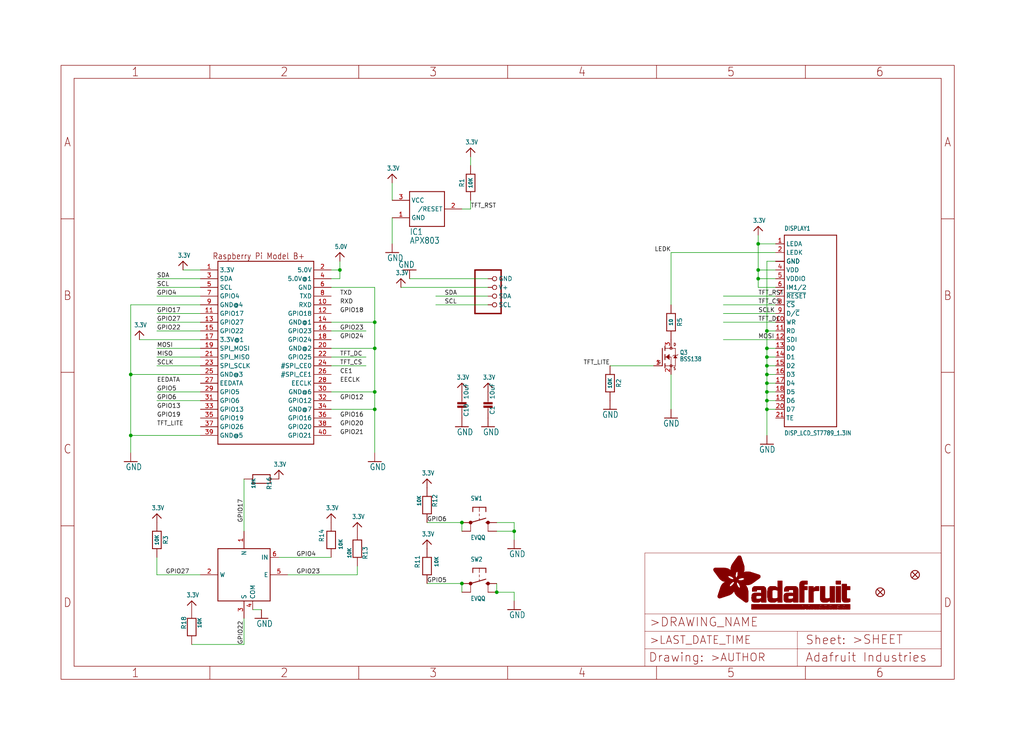
<source format=kicad_sch>
(kicad_sch (version 20211123) (generator eeschema)
  (paper "User" 298.45 217.881)
  (lib_symbols
    (symbol "eagleSchem-eagle-import:3.3V" (power)
      (property "Value" "3.3V" (at -1.524 1.016 0))
      (symbol "3.3V_1_0"
        (pin power_in line (at 0 -2.54 90) (length 2.54) (name "3.3V") (number "1"))
      )
    )
    (symbol "eagleSchem-eagle-import:5.0V" (power)
      (property "Value" "5.0V" (at -1.524 1.016 0))
      (symbol "5.0V_1_0"
        (pin power_in line (at 0 -2.54 90) (length 2.54) (name "5.0V") (number "1"))
      )
    )
    (symbol "eagleSchem-eagle-import:AXP083-SAG"
      (property "Reference" "IC" (at -5.08 -7.62 0))
      (property "Value" "AXP083-SAG" (at -5.08 -10.16 0))
      (symbol "AXP083-SAG_1_0"
        (pin power_in line (at -10.16 -2.54 0) (length 5.08) (name "GND") (number "1"))
        (pin output line (at 10.16 0 180) (length 5.08) (name "/RESET") (number "2"))
        (pin power_in line (at -10.16 2.54 0) (length 5.08) (name "VCC") (number "3"))
      )
    )
    (symbol "eagleSchem-eagle-import:CAP_CERAMIC0805-NOOUTLINE"
      (property "Reference" "C" (at -2.29 1.25 90))
      (property "Value" "CAP_CERAMIC0805-NOOUTLINE" (at 2.3 1.25 90))
      (symbol "CAP_CERAMIC0805-NOOUTLINE_1_0"
        (pin passive line (at 0 5.08 270) (length 2.54) (name "1") (number "1"))
        (pin passive line (at 0 -2.54 90) (length 2.54) (name "2") (number "2"))
      )
    )
    (symbol "eagleSchem-eagle-import:DISP_LCD_ST7789_1.3IN"
      (property "Reference" "DISPLAY" (at -7.62 31.75 0))
      (property "Value" "DISP_LCD_ST7789_1.3IN" (at -7.62 -27.94 0))
      (symbol "DISP_LCD_ST7789_1.3IN_1_0"
        (pin input line (at -10.16 27.94 0) (length 2.54) (name "LEDA") (number "1"))
        (pin input line (at -10.16 5.08 0) (length 2.54) (name "WR") (number "10"))
        (pin input line (at -10.16 2.54 0) (length 2.54) (name "RD") (number "11"))
        (pin input line (at -10.16 0 0) (length 2.54) (name "SDI") (number "12"))
        (pin bidirectional line (at -10.16 -2.54 0) (length 2.54) (name "D0") (number "13"))
        (pin bidirectional line (at -10.16 -5.08 0) (length 2.54) (name "D1") (number "14"))
        (pin bidirectional line (at -10.16 -7.62 0) (length 2.54) (name "D2") (number "15"))
        (pin bidirectional line (at -10.16 -10.16 0) (length 2.54) (name "D3") (number "16"))
        (pin bidirectional line (at -10.16 -12.7 0) (length 2.54) (name "D4") (number "17"))
        (pin bidirectional line (at -10.16 -15.24 0) (length 2.54) (name "D5") (number "18"))
        (pin bidirectional line (at -10.16 -17.78 0) (length 2.54) (name "D6") (number "19"))
        (pin input line (at -10.16 25.4 0) (length 2.54) (name "LEDK") (number "2"))
        (pin bidirectional line (at -10.16 -20.32 0) (length 2.54) (name "D7") (number "20"))
        (pin output line (at -10.16 -22.86 0) (length 2.54) (name "TE") (number "21"))
        (pin power_in line (at -10.16 22.86 0) (length 2.54) (name "GND") (number "23"))
        (pin power_in line (at -10.16 22.86 0) (length 2.54) (name "GND") (number "24"))
        (pin power_in line (at -10.16 22.86 0) (length 2.54) (name "GND") (number "3"))
        (pin power_in line (at -10.16 20.32 0) (length 2.54) (name "VDD") (number "4"))
        (pin power_in line (at -10.16 17.78 0) (length 2.54) (name "VDDIO") (number "5"))
        (pin input line (at -10.16 15.24 0) (length 2.54) (name "IM1/2") (number "6"))
        (pin input line (at -10.16 12.7 0) (length 2.54) (name "~{RESET}") (number "7"))
        (pin input line (at -10.16 10.16 0) (length 2.54) (name "~{CS}") (number "8"))
        (pin input line (at -10.16 7.62 0) (length 2.54) (name "D/~{C}") (number "9"))
      )
    )
    (symbol "eagleSchem-eagle-import:FIDUCIAL_1MM")
    (symbol "eagleSchem-eagle-import:FRAME_A4_ADAFRUIT"
      (symbol "FRAME_A4_ADAFRUIT_1_0"
        (text "1" (at 21.6958 1.905 0) (effects (font (size 2.54 2.286))))
        (text "1" (at 21.6958 177.165 0) (effects (font (size 2.54 2.286))))
        (text "2" (at 65.0875 1.905 0) (effects (font (size 2.54 2.286))))
        (text "2" (at 65.0875 177.165 0) (effects (font (size 2.54 2.286))))
        (text "3" (at 108.4792 1.905 0) (effects (font (size 2.54 2.286))))
        (text "3" (at 108.4792 177.165 0) (effects (font (size 2.54 2.286))))
        (text "4" (at 151.8708 1.905 0) (effects (font (size 2.54 2.286))))
        (text "4" (at 151.8708 177.165 0) (effects (font (size 2.54 2.286))))
        (text "5" (at 195.2625 1.905 0) (effects (font (size 2.54 2.286))))
        (text "5" (at 195.2625 177.165 0) (effects (font (size 2.54 2.286))))
        (text "6" (at 238.6542 1.905 0) (effects (font (size 2.54 2.286))))
        (text "6" (at 238.6542 177.165 0) (effects (font (size 2.54 2.286))))
        (text ">AUTHOR" (at 189.23 5.08 0) (effects (font (size 2.286 2.286)) (justify left bottom)))
        (text ">DRAWING_NAME" (at 171.45 15.24 0) (effects (font (size 2.54 2.54)) (justify left bottom)))
        (text ">LAST_DATE_TIME" (at 171.45 10.16 0) (effects (font (size 2.286 2.286)) (justify left bottom)))
        (text ">SHEET" (at 230.505 10.16 0) (effects (font (size 2.54 2.54)) (justify left bottom)))
        (text "A" (at 1.905 156.6863 0) (effects (font (size 2.54 2.286))))
        (text "A" (at 258.445 156.6863 0) (effects (font (size 2.54 2.286))))
        (text "Adafruit Industries" (at 216.916 4.953 0) (effects (font (size 2.54 2.54)) (justify left bottom)))
        (text "B" (at 1.905 111.9188 0) (effects (font (size 2.54 2.286))))
        (text "B" (at 258.445 111.9188 0) (effects (font (size 2.54 2.286))))
        (text "C" (at 1.905 67.1513 0) (effects (font (size 2.54 2.286))))
        (text "C" (at 258.445 67.1513 0) (effects (font (size 2.54 2.286))))
        (text "D" (at 1.905 22.3838 0) (effects (font (size 2.54 2.286))))
        (text "D" (at 258.445 22.3838 0) (effects (font (size 2.54 2.286))))
        (text "Drawing:" (at 171.196 4.953 0) (effects (font (size 2.54 2.54)) (justify left bottom)))
        (text "Sheet:" (at 216.916 10.033 0) (effects (font (size 2.54 2.54)) (justify left bottom)))
      )
    )
    (symbol "eagleSchem-eagle-import:GND" (power)
      (property "Value" "GND" (at -2.54 -2.54 0))
      (symbol "GND_1_0"
        (pin power_in line (at 0 2.54 270) (length 2.54) (name "GND") (number "1"))
      )
    )
    (symbol "eagleSchem-eagle-import:MOSFET-NWIDE"
      (property "Reference" "Q" (at 5.08 0.635 0))
      (property "Value" "MOSFET-NWIDE" (at 5.08 -1.27 0))
      (symbol "MOSFET-NWIDE_1_0"
        (text "D" (at 3.175 3.175 0) (effects (font (size 0.8128 0.6908)) (justify left bottom)))
        (text "G" (at -1.27 -1.905 0) (effects (font (size 0.8128 0.6908)) (justify left bottom)))
        (text "S" (at 3.175 -3.81 0) (effects (font (size 0.8128 0.6908)) (justify left bottom)))
        (pin bidirectional line (at -2.54 -2.54 0) (length 2.54) (name "G") (number "1"))
        (pin bidirectional line (at 2.54 -5.08 90) (length 2.54) (name "S") (number "2"))
        (pin bidirectional line (at 2.54 5.08 270) (length 2.54) (name "D") (number "3"))
      )
    )
    (symbol "eagleSchem-eagle-import:NAVSWITCHSKQUABAUE010"
      (symbol "NAVSWITCHSKQUABAUE010_1_0"
        (pin bidirectional line (at 0 12.7 270) (length 5.08) (name "N") (number "1"))
        (pin bidirectional line (at -12.7 0 0) (length 5.08) (name "W") (number "2"))
        (pin bidirectional line (at 0 -12.7 90) (length 5.08) (name "S") (number "3"))
        (pin bidirectional line (at 2.54 -10.16 90) (length 2.54) (name "COM") (number "4"))
        (pin bidirectional line (at 12.7 0 180) (length 5.08) (name "E") (number "5"))
        (pin bidirectional line (at 10.16 5.08 180) (length 2.54) (name "IN") (number "6"))
      )
    )
    (symbol "eagleSchem-eagle-import:RASPBERRYPI_BPLUS_BONNETSMT"
      (symbol "RASPBERRYPI_BPLUS_BONNETSMT_1_0"
        (text "Raspberry Pi Model B+" (at 12.7 25.4 0) (effects (font (size 1.778 1.5113)) (justify right top)))
        (pin power_in line (at -17.78 20.32 0) (length 5.08) (name "3.3V") (number "1"))
        (pin bidirectional line (at 20.32 10.16 180) (length 5.08) (name "RXD") (number "10"))
        (pin bidirectional line (at -17.78 7.62 0) (length 5.08) (name "GPIO17") (number "11"))
        (pin bidirectional line (at 20.32 7.62 180) (length 5.08) (name "GPIO18") (number "12"))
        (pin bidirectional line (at -17.78 5.08 0) (length 5.08) (name "GPIO27") (number "13"))
        (pin power_in line (at 20.32 5.08 180) (length 5.08) (name "GND@1") (number "14"))
        (pin bidirectional line (at -17.78 2.54 0) (length 5.08) (name "GPIO22") (number "15"))
        (pin bidirectional line (at 20.32 2.54 180) (length 5.08) (name "GPIO23") (number "16"))
        (pin power_in line (at -17.78 0 0) (length 5.08) (name "3.3V@1") (number "17"))
        (pin bidirectional line (at 20.32 0 180) (length 5.08) (name "GPIO24") (number "18"))
        (pin bidirectional line (at -17.78 -2.54 0) (length 5.08) (name "SPI_MOSI") (number "19"))
        (pin power_in line (at 20.32 20.32 180) (length 5.08) (name "5.0V") (number "2"))
        (pin power_in line (at 20.32 -2.54 180) (length 5.08) (name "GND@2") (number "20"))
        (pin bidirectional line (at -17.78 -5.08 0) (length 5.08) (name "SPI_MISO") (number "21"))
        (pin bidirectional line (at 20.32 -5.08 180) (length 5.08) (name "GPIO25") (number "22"))
        (pin bidirectional line (at -17.78 -7.62 0) (length 5.08) (name "SPI_SCLK") (number "23"))
        (pin bidirectional line (at 20.32 -7.62 180) (length 5.08) (name "#SPI_CE0") (number "24"))
        (pin power_in line (at -17.78 -10.16 0) (length 5.08) (name "GND@3") (number "25"))
        (pin bidirectional line (at 20.32 -10.16 180) (length 5.08) (name "#SPI_CE1") (number "26"))
        (pin bidirectional line (at -17.78 -12.7 0) (length 5.08) (name "EEDATA") (number "27"))
        (pin bidirectional line (at 20.32 -12.7 180) (length 5.08) (name "EECLK") (number "28"))
        (pin bidirectional line (at -17.78 -15.24 0) (length 5.08) (name "GPIO5") (number "29"))
        (pin bidirectional line (at -17.78 17.78 0) (length 5.08) (name "SDA") (number "3"))
        (pin power_in line (at 20.32 -15.24 180) (length 5.08) (name "GND@6") (number "30"))
        (pin bidirectional line (at -17.78 -17.78 0) (length 5.08) (name "GPIO6") (number "31"))
        (pin bidirectional line (at 20.32 -17.78 180) (length 5.08) (name "GPIO12") (number "32"))
        (pin bidirectional line (at -17.78 -20.32 0) (length 5.08) (name "GPIO13") (number "33"))
        (pin power_in line (at 20.32 -20.32 180) (length 5.08) (name "GND@7") (number "34"))
        (pin bidirectional line (at -17.78 -22.86 0) (length 5.08) (name "GPIO19") (number "35"))
        (pin bidirectional line (at 20.32 -22.86 180) (length 5.08) (name "GPIO16") (number "36"))
        (pin bidirectional line (at -17.78 -25.4 0) (length 5.08) (name "GPIO26") (number "37"))
        (pin bidirectional line (at 20.32 -25.4 180) (length 5.08) (name "GPIO20") (number "38"))
        (pin power_in line (at -17.78 -27.94 0) (length 5.08) (name "GND@5") (number "39"))
        (pin power_in line (at 20.32 17.78 180) (length 5.08) (name "5.0V@1") (number "4"))
        (pin bidirectional line (at 20.32 -27.94 180) (length 5.08) (name "GPIO21") (number "40"))
        (pin bidirectional line (at -17.78 15.24 0) (length 5.08) (name "SCL") (number "5"))
        (pin power_in line (at 20.32 15.24 180) (length 5.08) (name "GND") (number "6"))
        (pin bidirectional line (at -17.78 12.7 0) (length 5.08) (name "GPIO4") (number "7"))
        (pin bidirectional line (at 20.32 12.7 180) (length 5.08) (name "TXD") (number "8"))
        (pin power_in line (at -17.78 10.16 0) (length 5.08) (name "GND@4") (number "9"))
      )
    )
    (symbol "eagleSchem-eagle-import:RESISTOR0805_NOOUTLINE"
      (property "Reference" "R" (at 0 2.54 0))
      (property "Value" "RESISTOR0805_NOOUTLINE" (at 0 0 0))
      (symbol "RESISTOR0805_NOOUTLINE_1_0"
        (pin passive line (at -5.08 0 0) (length 2.54) (name "1") (number "1"))
        (pin passive line (at 5.08 0 180) (length 2.54) (name "2") (number "2"))
      )
    )
    (symbol "eagleSchem-eagle-import:RESISTOR_0603_NOOUT"
      (property "Reference" "R" (at 0 2.54 0))
      (property "Value" "RESISTOR_0603_NOOUT" (at 0 0 0))
      (symbol "RESISTOR_0603_NOOUT_1_0"
        (pin passive line (at -5.08 0 0) (length 2.54) (name "1") (number "1"))
        (pin passive line (at 5.08 0 180) (length 2.54) (name "2") (number "2"))
      )
    )
    (symbol "eagleSchem-eagle-import:STEMMA_I2C_QT"
      (symbol "STEMMA_I2C_QT_1_0"
        (pin passive inverted (at 0 5.08 0) (length 2.54) (name "GND") (number "1"))
        (pin passive inverted (at 0 2.54 0) (length 2.54) (name "V+") (number "2"))
        (pin passive inverted (at 0 0 0) (length 2.54) (name "SDA") (number "3"))
        (pin passive inverted (at 0 -2.54 0) (length 2.54) (name "SCL") (number "4"))
      )
      (symbol "STEMMA_I2C_QT_2_0"
        (pin bidirectional line (at 0 0 0) (length 5.08) (name "MT") (number "MT1"))
      )
      (symbol "STEMMA_I2C_QT_3_0"
        (pin bidirectional line (at 0 0 0) (length 5.08) (name "MT") (number "MT2"))
      )
    )
    (symbol "eagleSchem-eagle-import:SWITCH_TACT_SMT_6MM"
      (property "Reference" "SW" (at -2.54 6.35 0))
      (property "Value" "SWITCH_TACT_SMT_6MM" (at -2.54 -5.08 0))
      (symbol "SWITCH_TACT_SMT_6MM_1_0"
        (pin passive line (at -5.08 0 0) (length 2.54) (name "P") (number "A"))
        (pin passive line (at -5.08 -2.54 0) (length 2.54) (name "P1") (number "A'"))
        (pin passive line (at 5.08 0 180) (length 2.54) (name "S") (number "B"))
        (pin passive line (at 5.08 -2.54 180) (length 2.54) (name "S1") (number "B'"))
      )
    )
    (symbol "eagleSchem-eagle-import:SWITCH_TACT_SMT_6MMSMALL"
      (property "Reference" "SW" (at -2.54 6.35 0))
      (property "Value" "SWITCH_TACT_SMT_6MMSMALL" (at -2.54 -5.08 0))
      (symbol "SWITCH_TACT_SMT_6MMSMALL_1_0"
        (pin passive line (at -5.08 0 0) (length 2.54) (name "P") (number "A"))
        (pin passive line (at -5.08 -2.54 0) (length 2.54) (name "P1") (number "A'"))
        (pin passive line (at 5.08 0 180) (length 2.54) (name "S") (number "B"))
        (pin passive line (at 5.08 -2.54 180) (length 2.54) (name "S1") (number "B'"))
      )
    )
  )
  (junction (at 144.78 172.72))
  (junction (at 223.52 106.68))
  (junction (at 223.52 119.38))
  (junction (at 109.22 119.38))
  (junction (at 109.22 93.98))
  (junction (at 223.52 116.84))
  (junction (at 223.52 104.14))
  (junction (at 223.52 114.3))
  (junction (at 38.1 109.22))
  (junction (at 99.06 78.74))
  (junction (at 223.52 101.6))
  (junction (at 134.62 152.4))
  (junction (at 220.98 81.28))
  (junction (at 149.86 154.94))
  (junction (at 109.22 114.3))
  (junction (at 220.98 78.74))
  (junction (at 223.52 111.76))
  (junction (at 223.52 96.52))
  (junction (at 38.1 127))
  (junction (at 134.62 170.18))
  (junction (at 109.22 101.6))
  (junction (at 220.98 71.12))
  (junction (at 223.52 109.22))
  (wire (pts (xy 142.24 83.82) (xy 116.84 83.82)))
  (wire (pts (xy 223.52 116.84) (xy 223.52 119.38)))
  (wire (pts (xy 45.72 93.98) (xy 58.42 93.98)))
  (wire (pts (xy 134.62 152.4) (xy 134.62 154.94)))
  (wire (pts (xy 142.24 81.28) (xy 119.38 81.28)))
  (wire (pts (xy 58.42 99.06) (xy 40.64 99.06)))
  (wire (pts (xy 223.52 116.84) (xy 226.06 116.84)))
  (wire (pts (xy 220.98 81.28) (xy 220.98 78.74)))
  (wire (pts (xy 58.42 106.68) (xy 45.72 106.68)))
  (wire (pts (xy 38.1 109.22) (xy 38.1 127)))
  (wire (pts (xy 109.22 101.6) (xy 109.22 114.3)))
  (wire (pts (xy 223.52 101.6) (xy 226.06 101.6)))
  (wire (pts (xy 220.98 78.74) (xy 220.98 71.12)))
  (wire (pts (xy 223.52 109.22) (xy 223.52 111.76)))
  (wire (pts (xy 223.52 111.76) (xy 226.06 111.76)))
  (wire (pts (xy 134.62 60.96) (xy 137.16 60.96)))
  (wire (pts (xy 58.42 88.9) (xy 38.1 88.9)))
  (wire (pts (xy 149.86 172.72) (xy 149.86 175.26)))
  (wire (pts (xy 210.82 88.9) (xy 226.06 88.9)))
  (wire (pts (xy 220.98 71.12) (xy 220.98 68.58)))
  (wire (pts (xy 134.62 170.18) (xy 134.62 172.72)))
  (wire (pts (xy 144.78 172.72) (xy 149.86 172.72)))
  (wire (pts (xy 226.06 86.36) (xy 210.82 86.36)))
  (wire (pts (xy 210.82 99.06) (xy 226.06 99.06)))
  (wire (pts (xy 96.52 114.3) (xy 109.22 114.3)))
  (wire (pts (xy 45.72 86.36) (xy 58.42 86.36)))
  (wire (pts (xy 45.72 116.84) (xy 58.42 116.84)))
  (wire (pts (xy 226.06 96.52) (xy 223.52 96.52)))
  (wire (pts (xy 58.42 91.44) (xy 45.72 91.44)))
  (wire (pts (xy 144.78 170.18) (xy 144.78 172.72)))
  (wire (pts (xy 114.3 63.5) (xy 114.3 71.12)))
  (wire (pts (xy 195.58 88.9) (xy 195.58 73.66)))
  (wire (pts (xy 127 88.9) (xy 142.24 88.9)))
  (wire (pts (xy 144.78 154.94) (xy 149.86 154.94)))
  (wire (pts (xy 223.52 96.52) (xy 223.52 101.6)))
  (wire (pts (xy 127 86.36) (xy 142.24 86.36)))
  (wire (pts (xy 149.86 152.4) (xy 149.86 154.94)))
  (wire (pts (xy 96.52 104.14) (xy 106.68 104.14)))
  (wire (pts (xy 45.72 104.14) (xy 58.42 104.14)))
  (wire (pts (xy 223.52 106.68) (xy 226.06 106.68)))
  (wire (pts (xy 134.62 152.4) (xy 124.46 152.4)))
  (wire (pts (xy 109.22 114.3) (xy 109.22 119.38)))
  (wire (pts (xy 226.06 91.44) (xy 210.82 91.44)))
  (wire (pts (xy 96.52 83.82) (xy 109.22 83.82)))
  (wire (pts (xy 223.52 111.76) (xy 223.52 114.3)))
  (wire (pts (xy 226.06 78.74) (xy 220.98 78.74)))
  (wire (pts (xy 223.52 114.3) (xy 223.52 116.84)))
  (wire (pts (xy 210.82 93.98) (xy 226.06 93.98)))
  (wire (pts (xy 223.52 106.68) (xy 223.52 109.22)))
  (wire (pts (xy 134.62 170.18) (xy 124.46 170.18)))
  (wire (pts (xy 104.14 167.64) (xy 104.14 165.1)))
  (wire (pts (xy 226.06 73.66) (xy 195.58 73.66)))
  (wire (pts (xy 71.12 180.34) (xy 71.12 187.96)))
  (wire (pts (xy 223.52 119.38) (xy 223.52 127)))
  (wire (pts (xy 109.22 83.82) (xy 109.22 93.98)))
  (wire (pts (xy 96.52 119.38) (xy 109.22 119.38)))
  (wire (pts (xy 96.52 96.52) (xy 106.68 96.52)))
  (wire (pts (xy 45.72 162.56) (xy 45.72 167.64)))
  (wire (pts (xy 226.06 76.2) (xy 223.52 76.2)))
  (wire (pts (xy 76.2 177.8) (xy 73.66 177.8)))
  (wire (pts (xy 55.88 187.96) (xy 71.12 187.96)))
  (wire (pts (xy 109.22 93.98) (xy 109.22 101.6)))
  (wire (pts (xy 96.52 81.28) (xy 99.06 81.28)))
  (wire (pts (xy 223.52 104.14) (xy 226.06 104.14)))
  (wire (pts (xy 58.42 101.6) (xy 45.72 101.6)))
  (wire (pts (xy 144.78 152.4) (xy 149.86 152.4)))
  (wire (pts (xy 223.52 76.2) (xy 223.52 96.52)))
  (wire (pts (xy 137.16 48.26) (xy 137.16 45.72)))
  (wire (pts (xy 96.52 93.98) (xy 109.22 93.98)))
  (wire (pts (xy 58.42 96.52) (xy 45.72 96.52)))
  (wire (pts (xy 58.42 109.22) (xy 38.1 109.22)))
  (wire (pts (xy 220.98 81.28) (xy 220.98 83.82)))
  (wire (pts (xy 38.1 88.9) (xy 38.1 109.22)))
  (wire (pts (xy 226.06 81.28) (xy 220.98 81.28)))
  (wire (pts (xy 58.42 83.82) (xy 45.72 83.82)))
  (wire (pts (xy 96.52 101.6) (xy 109.22 101.6)))
  (wire (pts (xy 106.68 106.68) (xy 96.52 106.68)))
  (wire (pts (xy 190.5 106.68) (xy 177.8 106.68)))
  (wire (pts (xy 58.42 81.28) (xy 45.72 81.28)))
  (wire (pts (xy 137.16 60.96) (xy 137.16 58.42)))
  (wire (pts (xy 223.52 109.22) (xy 226.06 109.22)))
  (wire (pts (xy 81.28 162.56) (xy 96.52 162.56)))
  (wire (pts (xy 58.42 127) (xy 38.1 127)))
  (wire (pts (xy 96.52 78.74) (xy 99.06 78.74)))
  (wire (pts (xy 223.52 101.6) (xy 223.52 104.14)))
  (wire (pts (xy 226.06 83.82) (xy 220.98 83.82)))
  (wire (pts (xy 223.52 119.38) (xy 226.06 119.38)))
  (wire (pts (xy 38.1 127) (xy 38.1 132.08)))
  (wire (pts (xy 223.52 104.14) (xy 223.52 106.68)))
  (wire (pts (xy 109.22 119.38) (xy 109.22 132.08)))
  (wire (pts (xy 223.52 114.3) (xy 226.06 114.3)))
  (wire (pts (xy 71.12 139.7) (xy 71.12 154.94)))
  (wire (pts (xy 114.3 58.42) (xy 114.3 53.34)))
  (wire (pts (xy 58.42 167.64) (xy 45.72 167.64)))
  (wire (pts (xy 99.06 81.28) (xy 99.06 78.74)))
  (wire (pts (xy 226.06 71.12) (xy 220.98 71.12)))
  (wire (pts (xy 58.42 78.74) (xy 53.34 78.74)))
  (wire (pts (xy 149.86 154.94) (xy 149.86 157.48)))
  (wire (pts (xy 99.06 78.74) (xy 99.06 76.2)))
  (wire (pts (xy 83.82 167.64) (xy 104.14 167.64)))
  (wire (pts (xy 195.58 119.38) (xy 195.58 109.22)))
  (wire (pts (xy 58.42 114.3) (xy 45.72 114.3)))
  (label "GPIO17" (at 45.72 91.44 0) (effects (font (size 1.2446 1.2446))))
  (label "GPIO22" (at 71.12 187.96 90) (effects (font (size 1.2446 1.2446))))
  (label "MOSI" (at 45.72 101.6 0) (effects (font (size 1.2446 1.2446))))
  (label "TFT_LITE" (at 177.8 106.68 180) (effects (font (size 1.2446 1.2446))))
  (label "TFT_CS" (at 220.98 88.9 0) (effects (font (size 1.2446 1.2446))))
  (label "GPIO21" (at 99.06 127 0) (effects (font (size 1.2446 1.2446))))
  (label "GPIO6" (at 45.72 116.84 0) (effects (font (size 1.2446 1.2446))))
  (label "SCL" (at 129.54 88.9 0) (effects (font (size 1.2446 1.2446))))
  (label "GPIO12" (at 99.06 116.84 0) (effects (font (size 1.2446 1.2446))))
  (label "RXD" (at 99.06 88.9 0) (effects (font (size 1.2446 1.2446))))
  (label "SCL" (at 45.72 83.82 0) (effects (font (size 1.2446 1.2446))))
  (label "GPIO22" (at 45.72 96.52 0) (effects (font (size 1.2446 1.2446))))
  (label "GPIO17" (at 71.12 152.4 90) (effects (font (size 1.2446 1.2446))))
  (label "GPIO20" (at 99.06 124.46 0) (effects (font (size 1.2446 1.2446))))
  (label "TXD" (at 99.06 86.36 0) (effects (font (size 1.2446 1.2446))))
  (label "GPIO5" (at 124.46 170.18 0) (effects (font (size 1.2446 1.2446))))
  (label "MOSI" (at 220.98 99.06 0) (effects (font (size 1.2446 1.2446))))
  (label "GPIO18" (at 99.06 91.44 0) (effects (font (size 1.2446 1.2446))))
  (label "GPIO24" (at 99.06 99.06 0) (effects (font (size 1.2446 1.2446))))
  (label "CE1" (at 99.06 109.22 0) (effects (font (size 1.2446 1.2446))))
  (label "LEDK" (at 195.58 73.66 180) (effects (font (size 1.2446 1.2446))))
  (label "SCLK" (at 220.98 91.44 0) (effects (font (size 1.2446 1.2446))))
  (label "GPIO27" (at 45.72 93.98 0) (effects (font (size 1.2446 1.2446))))
  (label "TFT_DC" (at 99.06 104.14 0) (effects (font (size 1.2446 1.2446))))
  (label "GPIO19" (at 45.72 121.92 0) (effects (font (size 1.2446 1.2446))))
  (label "GPIO27" (at 48.26 167.64 0) (effects (font (size 1.2446 1.2446))))
  (label "TFT_RST" (at 220.98 86.36 0) (effects (font (size 1.2446 1.2446))))
  (label "GPIO16" (at 99.06 121.92 0) (effects (font (size 1.2446 1.2446))))
  (label "EECLK" (at 99.06 111.76 0) (effects (font (size 1.2446 1.2446))))
  (label "SDA" (at 45.72 81.28 0) (effects (font (size 1.2446 1.2446))))
  (label "MISO" (at 45.72 104.14 0) (effects (font (size 1.2446 1.2446))))
  (label "GPIO23" (at 86.36 167.64 0) (effects (font (size 1.2446 1.2446))))
  (label "GPIO5" (at 45.72 114.3 0) (effects (font (size 1.2446 1.2446))))
  (label "TFT_DC" (at 220.98 93.98 0) (effects (font (size 1.2446 1.2446))))
  (label "GPIO23" (at 99.06 96.52 0) (effects (font (size 1.2446 1.2446))))
  (label "SDA" (at 129.54 86.36 0) (effects (font (size 1.2446 1.2446))))
  (label "GPIO4" (at 86.36 162.56 0) (effects (font (size 1.2446 1.2446))))
  (label "GPIO6" (at 124.46 152.4 0) (effects (font (size 1.2446 1.2446))))
  (label "TFT_RST" (at 137.16 60.96 0) (effects (font (size 1.2446 1.2446))))
  (label "GPIO4" (at 45.72 86.36 0) (effects (font (size 1.2446 1.2446))))
  (label "EEDATA" (at 45.72 111.76 0) (effects (font (size 1.2446 1.2446))))
  (label "GPIO13" (at 45.72 119.38 0) (effects (font (size 1.2446 1.2446))))
  (label "SCLK" (at 45.72 106.68 0) (effects (font (size 1.2446 1.2446))))
  (label "TFT_LITE" (at 45.72 124.46 0) (effects (font (size 1.2446 1.2446))))
  (label "TFT_CS" (at 99.06 106.68 0) (effects (font (size 1.2446 1.2446))))
  (symbol (lib_id "eagleSchem-eagle-import:FIDUCIAL_1MM") (at 266.7 167.64 0) (unit 1)
    (property "Reference" "FID2" (effects hide))
    (property "Value" "FIDUCIAL_1MM" (effects hide))
    (property "Footprint" "eagleSchem:FIDUCIAL_1MM" (effects hide))
  )
  (symbol (lib_id "eagleSchem-eagle-import:RESISTOR_0603_NOOUT") (at 195.58 93.98 270) (mirror x) (unit 1)
    (property "Reference" "R5" (at 198.12 93.98 0))
    (property "Value" "10" (at 195.58 93.98 0) (effects (font (size 1.016 1.016) bold)))
    (property "Footprint" "eagleSchem:0603-NO" (effects hide))
  )
  (symbol (lib_id "eagleSchem-eagle-import:CAP_CERAMIC0805-NOOUTLINE") (at 134.62 116.84 180) (unit 1)
    (property "Reference" "C10" (at 135.87 119.63 90))
    (property "Value" "10uF" (at 135.87 114.06 90))
    (property "Footprint" "eagleSchem:0805-NO" (effects hide))
  )
  (symbol (lib_id "eagleSchem-eagle-import:RESISTOR0805_NOOUTLINE") (at 96.52 157.48 90) (unit 1)
    (property "Reference" "R14" (at 93.73 156.19 0))
    (property "Value" "10K" (at 99.3 158.73 0) (effects (font (size 1.016 1.016) bold)))
    (property "Footprint" "eagleSchem:0805-NO" (effects hide))
  )
  (symbol (lib_id "eagleSchem-eagle-import:3.3V") (at 53.34 76.2 0) (unit 1)
    (property "Reference" "#U$3" (effects hide))
    (property "Value" "3.3V" (at 51.816 75.184 0) (effects (font (size 1.27 1.0795)) (justify left bottom)))
    (property "Footprint" "eagleSchem:" (effects hide))
  )
  (symbol (lib_id "eagleSchem-eagle-import:3.3V") (at 142.24 111.76 0) (unit 1)
    (property "Reference" "#U$26" (effects hide))
    (property "Value" "3.3V" (at 140.716 110.744 0) (effects (font (size 1.27 1.0795)) (justify left bottom)))
    (property "Footprint" "eagleSchem:" (effects hide))
  )
  (symbol (lib_id "eagleSchem-eagle-import:GND") (at 134.62 124.46 0) (unit 1)
    (property "Reference" "#U$23" (effects hide))
    (property "Value" "GND" (at 133.096 127 0) (effects (font (size 1.778 1.5113)) (justify left bottom)))
    (property "Footprint" "eagleSchem:" (effects hide))
  )
  (symbol (lib_id "eagleSchem-eagle-import:3.3V") (at 134.62 111.76 0) (unit 1)
    (property "Reference" "#U$22" (effects hide))
    (property "Value" "3.3V" (at 133.096 110.744 0) (effects (font (size 1.27 1.0795)) (justify left bottom)))
    (property "Footprint" "eagleSchem:" (effects hide))
  )
  (symbol (lib_id "eagleSchem-eagle-import:RESISTOR_0603_NOOUT") (at 177.8 111.76 270) (mirror x) (unit 1)
    (property "Reference" "R2" (at 180.34 111.76 0))
    (property "Value" "10K" (at 177.8 111.76 0) (effects (font (size 1.016 1.016) bold)))
    (property "Footprint" "eagleSchem:0603-NO" (effects hide))
  )
  (symbol (lib_id "eagleSchem-eagle-import:RESISTOR0805_NOOUTLINE") (at 124.46 165.1 90) (unit 1)
    (property "Reference" "R11" (at 121.67 163.81 0))
    (property "Value" "10K" (at 127.24 163.81 0) (effects (font (size 1.016 1.016) bold)))
    (property "Footprint" "eagleSchem:0805-NO" (effects hide))
  )
  (symbol (lib_id "eagleSchem-eagle-import:RESISTOR0805_NOOUTLINE") (at 55.88 182.88 270) (unit 1)
    (property "Reference" "R18" (at 53.59 181.63 0))
    (property "Value" "10K" (at 58.18 181.63 0) (effects (font (size 1.016 1.016) bold)))
    (property "Footprint" "eagleSchem:0805-NO" (effects hide))
  )
  (symbol (lib_id "eagleSchem-eagle-import:3.3V") (at 116.84 81.28 0) (unit 1)
    (property "Reference" "#U$24" (effects hide))
    (property "Value" "3.3V" (at 115.316 80.264 0) (effects (font (size 1.27 1.0795)) (justify left bottom)))
    (property "Footprint" "eagleSchem:" (effects hide))
  )
  (symbol (lib_id "eagleSchem-eagle-import:GND") (at 119.38 78.74 180) (unit 1)
    (property "Reference" "#U$25" (effects hide))
    (property "Value" "GND" (at 120.904 76.2 0) (effects (font (size 1.778 1.5113)) (justify left bottom)))
    (property "Footprint" "eagleSchem:" (effects hide))
  )
  (symbol (lib_id "eagleSchem-eagle-import:SWITCH_TACT_SMT_6MMSMALL") (at 139.7 170.18 0) (unit 1)
    (property "Reference" "SW2" (at 137.16 163.83 0) (effects (font (size 1.27 1.0795)) (justify left bottom)))
    (property "Value" "EVQQ" (at 137.16 175.26 0) (effects (font (size 1.27 1.0795)) (justify left bottom)))
    (property "Footprint" "eagleSchem:6MM_SMT" (effects hide))
  )
  (symbol (lib_id "eagleSchem-eagle-import:3.3V") (at 114.3 50.8 0) (unit 1)
    (property "Reference" "#U$7" (effects hide))
    (property "Value" "3.3V" (at 112.776 49.784 0) (effects (font (size 1.27 1.0795)) (justify left bottom)))
    (property "Footprint" "eagleSchem:" (effects hide))
  )
  (symbol (lib_id "eagleSchem-eagle-import:CAP_CERAMIC0805-NOOUTLINE") (at 142.24 116.84 180) (unit 1)
    (property "Reference" "C1" (at 143.49 119.63 90))
    (property "Value" "10uF" (at 143.49 114.06 90))
    (property "Footprint" "eagleSchem:0805-NO" (effects hide))
  )
  (symbol (lib_id "eagleSchem-eagle-import:GND") (at 177.8 119.38 0) (mirror y) (unit 1)
    (property "Reference" "#GND2" (effects hide))
    (property "Value" "GND" (at 180.34 121.92 0) (effects (font (size 1.778 1.5113)) (justify left bottom)))
    (property "Footprint" "eagleSchem:" (effects hide))
  )
  (symbol (lib_id "eagleSchem-eagle-import:RESISTOR0805_NOOUTLINE") (at 45.72 157.48 90) (unit 1)
    (property "Reference" "R3" (at 48.26 157.48 0))
    (property "Value" "10K" (at 45.72 157.48 0) (effects (font (size 1.016 1.016) bold)))
    (property "Footprint" "eagleSchem:0805-NO" (effects hide))
  )
  (symbol (lib_id "eagleSchem-eagle-import:FRAME_A4_ADAFRUIT") (at 17.78 198.12 0) (unit 1)
    (property "Reference" "#U$1" (effects hide))
    (property "Value" "FRAME_A4_ADAFRUIT" (effects hide))
    (property "Footprint" "eagleSchem:" (effects hide))
  )
  (symbol (lib_id "eagleSchem-eagle-import:GND") (at 109.22 134.62 0) (unit 1)
    (property "Reference" "#U$4" (effects hide))
    (property "Value" "GND" (at 107.696 137.16 0) (effects (font (size 1.778 1.5113)) (justify left bottom)))
    (property "Footprint" "eagleSchem:" (effects hide))
  )
  (symbol (lib_id "eagleSchem-eagle-import:3.3V") (at 137.16 43.18 0) (unit 1)
    (property "Reference" "#U$12" (effects hide))
    (property "Value" "3.3V" (at 135.636 42.164 0) (effects (font (size 1.27 1.0795)) (justify left bottom)))
    (property "Footprint" "eagleSchem:" (effects hide))
  )
  (symbol (lib_id "eagleSchem-eagle-import:3.3V") (at 124.46 157.48 0) (unit 1)
    (property "Reference" "#U$18" (effects hide))
    (property "Value" "3.3V" (at 122.936 156.464 0) (effects (font (size 1.27 1.0795)) (justify left bottom)))
    (property "Footprint" "eagleSchem:" (effects hide))
  )
  (symbol (lib_id "eagleSchem-eagle-import:3.3V") (at 81.28 137.16 0) (unit 1)
    (property "Reference" "#U$19" (effects hide))
    (property "Value" "3.3V" (at 79.756 136.144 0) (effects (font (size 1.27 1.0795)) (justify left bottom)))
    (property "Footprint" "eagleSchem:" (effects hide))
  )
  (symbol (lib_id "eagleSchem-eagle-import:GND") (at 149.86 160.02 0) (unit 1)
    (property "Reference" "#U$16" (effects hide))
    (property "Value" "GND" (at 148.336 162.56 0) (effects (font (size 1.778 1.5113)) (justify left bottom)))
    (property "Footprint" "eagleSchem:" (effects hide))
  )
  (symbol (lib_id "eagleSchem-eagle-import:GND") (at 38.1 134.62 0) (unit 1)
    (property "Reference" "#U$8" (effects hide))
    (property "Value" "GND" (at 36.576 137.16 0) (effects (font (size 1.778 1.5113)) (justify left bottom)))
    (property "Footprint" "eagleSchem:" (effects hide))
  )
  (symbol (lib_id "eagleSchem-eagle-import:3.3V") (at 40.64 96.52 0) (unit 1)
    (property "Reference" "#U$13" (effects hide))
    (property "Value" "3.3V" (at 39.116 95.504 0) (effects (font (size 1.27 1.0795)) (justify left bottom)))
    (property "Footprint" "eagleSchem:" (effects hide))
  )
  (symbol (lib_id "eagleSchem-eagle-import:STEMMA_I2C_QT") (at 142.24 86.36 0) (unit 1)
    (property "Reference" "CONN1" (effects hide))
    (property "Value" "STEMMA_I2C_QT" (effects hide))
    (property "Footprint" "eagleSchem:JST_SH4" (effects hide))
  )
  (symbol (lib_id "eagleSchem-eagle-import:GND") (at 142.24 124.46 0) (unit 1)
    (property "Reference" "#U$27" (effects hide))
    (property "Value" "GND" (at 140.716 127 0) (effects (font (size 1.778 1.5113)) (justify left bottom)))
    (property "Footprint" "eagleSchem:" (effects hide))
  )
  (symbol (lib_id "eagleSchem-eagle-import:RASPBERRYPI_BPLUS_BONNETSMT") (at 76.2 99.06 0) (unit 1)
    (property "Reference" "RPI1" (effects hide))
    (property "Value" "RASPBERRYPI_BPLUS_BONNETSMT" (effects hide))
    (property "Footprint" "eagleSchem:PI_BONNET_SMT" (effects hide))
  )
  (symbol (lib_id "eagleSchem-eagle-import:5.0V") (at 99.06 73.66 0) (unit 1)
    (property "Reference" "#U$14" (effects hide))
    (property "Value" "5.0V" (at 97.536 72.644 0) (effects (font (size 1.27 1.0795)) (justify left bottom)))
    (property "Footprint" "eagleSchem:" (effects hide))
  )
  (symbol (lib_id "eagleSchem-eagle-import:RESISTOR0805_NOOUTLINE") (at 104.14 160.02 90) (unit 1)
    (property "Reference" "R13" (at 106.43 161.27 0))
    (property "Value" "10K" (at 101.84 161.27 0) (effects (font (size 1.016 1.016) bold)))
    (property "Footprint" "eagleSchem:0805-NO" (effects hide))
  )
  (symbol (lib_id "eagleSchem-eagle-import:3.3V") (at 55.88 175.26 0) (unit 1)
    (property "Reference" "#U$21" (effects hide))
    (property "Value" "3.3V" (at 54.356 174.244 0) (effects (font (size 1.27 1.0795)) (justify left bottom)))
    (property "Footprint" "eagleSchem:" (effects hide))
  )
  (symbol (lib_id "eagleSchem-eagle-import:3.3V") (at 220.98 66.04 0) (unit 1)
    (property "Reference" "#U$6" (effects hide))
    (property "Value" "3.3V" (at 219.456 65.024 0) (effects (font (size 1.27 1.0795)) (justify left bottom)))
    (property "Footprint" "eagleSchem:" (effects hide))
  )
  (symbol (lib_id "eagleSchem-eagle-import:SWITCH_TACT_SMT_6MM") (at 139.7 152.4 0) (unit 1)
    (property "Reference" "SW1" (at 137.16 146.05 0) (effects (font (size 1.27 1.0795)) (justify left bottom)))
    (property "Value" "EVQQ" (at 137.16 157.48 0) (effects (font (size 1.27 1.0795)) (justify left bottom)))
    (property "Footprint" "eagleSchem:6MMX6MM_TACTILE_SMT" (effects hide))
  )
  (symbol (lib_id "eagleSchem-eagle-import:RESISTOR0805_NOOUTLINE") (at 137.16 53.34 90) (unit 1)
    (property "Reference" "R1" (at 134.62 53.34 0))
    (property "Value" "10K" (at 137.16 53.34 0) (effects (font (size 1.016 1.016) bold)))
    (property "Footprint" "eagleSchem:0805-NO" (effects hide))
  )
  (symbol (lib_id "eagleSchem-eagle-import:GND") (at 149.86 177.8 0) (unit 1)
    (property "Reference" "#U$15" (effects hide))
    (property "Value" "GND" (at 148.336 180.34 0) (effects (font (size 1.778 1.5113)) (justify left bottom)))
    (property "Footprint" "eagleSchem:" (effects hide))
  )
  (symbol (lib_id "eagleSchem-eagle-import:GND") (at 195.58 121.92 0) (mirror y) (unit 1)
    (property "Reference" "#GND5" (effects hide))
    (property "Value" "GND" (at 198.12 124.46 0) (effects (font (size 1.778 1.5113)) (justify left bottom)))
    (property "Footprint" "eagleSchem:" (effects hide))
  )
  (symbol (lib_id "eagleSchem-eagle-import:GND") (at 76.2 180.34 0) (unit 1)
    (property "Reference" "#U$17" (effects hide))
    (property "Value" "GND" (at 74.676 182.88 0) (effects (font (size 1.778 1.5113)) (justify left bottom)))
    (property "Footprint" "eagleSchem:" (effects hide))
  )
  (symbol (lib_id "eagleSchem-eagle-import:3.3V") (at 45.72 149.86 0) (unit 1)
    (property "Reference" "#U$20" (effects hide))
    (property "Value" "3.3V" (at 44.196 148.844 0) (effects (font (size 1.27 1.0795)) (justify left bottom)))
    (property "Footprint" "eagleSchem:" (effects hide))
  )
  (symbol (lib_id "eagleSchem-eagle-import:RESISTOR0805_NOOUTLINE") (at 124.46 147.32 90) (unit 1)
    (property "Reference" "R12" (at 126.75 146.03 0))
    (property "Value" "10K" (at 122.16 146.03 0) (effects (font (size 1.016 1.016) bold)))
    (property "Footprint" "eagleSchem:0805-NO" (effects hide))
  )
  (symbol (lib_id "eagleSchem-eagle-import:MOSFET-NWIDE") (at 193.04 104.14 0) (unit 1)
    (property "Reference" "Q3" (at 198.12 103.505 0) (effects (font (size 1.27 1.0795)) (justify left bottom)))
    (property "Value" "BSS138" (at 198.12 105.41 0) (effects (font (size 1.27 1.0795)) (justify left bottom)))
    (property "Footprint" "eagleSchem:SOT23-WIDE" (effects hide))
  )
  (symbol (lib_id "eagleSchem-eagle-import:FIDUCIAL_1MM") (at 256.54 172.72 0) (unit 1)
    (property "Reference" "FID1" (effects hide))
    (property "Value" "FIDUCIAL_1MM" (effects hide))
    (property "Footprint" "eagleSchem:FIDUCIAL_1MM" (effects hide))
  )
  (symbol (lib_id "eagleSchem-eagle-import:3.3V") (at 96.52 149.86 0) (unit 1)
    (property "Reference" "#U$10" (effects hide))
    (property "Value" "3.3V" (at 94.996 148.844 0) (effects (font (size 1.27 1.0795)) (justify left bottom)))
    (property "Footprint" "eagleSchem:" (effects hide))
  )
  (symbol (lib_id "eagleSchem-eagle-import:AXP083-SAG") (at 124.46 60.96 0) (unit 1)
    (property "Reference" "IC1" (at 119.38 68.58 0) (effects (font (size 1.778 1.5113)) (justify left bottom)))
    (property "Value" "APX803" (at 119.38 71.12 0) (effects (font (size 1.778 1.5113)) (justify left bottom)))
    (property "Footprint" "eagleSchem:SOT23" (effects hide))
  )
  (symbol (lib_id "eagleSchem-eagle-import:NAVSWITCHSKQUABAUE010") (at 71.12 167.64 0) (unit 1)
    (property "Reference" "SW3" (effects hide))
    (property "Value" "NAVSWITCHSKQUABAUE010" (effects hide))
    (property "Footprint" "eagleSchem:SKQUBAE010" (effects hide))
  )
  (symbol (lib_id "eagleSchem-eagle-import:GND") (at 223.52 129.54 0) (mirror y) (unit 1)
    (property "Reference" "#GND1" (effects hide))
    (property "Value" "GND" (at 226.06 132.08 0) (effects (font (size 1.778 1.5113)) (justify left bottom)))
    (property "Footprint" "eagleSchem:" (effects hide))
  )
  (symbol (lib_id "eagleSchem-eagle-import:3.3V") (at 124.46 139.7 0) (unit 1)
    (property "Reference" "#U$5" (effects hide))
    (property "Value" "3.3V" (at 122.936 138.684 0) (effects (font (size 1.27 1.0795)) (justify left bottom)))
    (property "Footprint" "eagleSchem:" (effects hide))
  )
  (symbol (lib_id "eagleSchem-eagle-import:3.3V") (at 104.14 152.4 0) (unit 1)
    (property "Reference" "#U$11" (effects hide))
    (property "Value" "3.3V" (at 102.616 151.384 0) (effects (font (size 1.27 1.0795)) (justify left bottom)))
    (property "Footprint" "eagleSchem:" (effects hide))
  )
  (symbol (lib_id "eagleSchem-eagle-import:GND") (at 114.3 73.66 0) (unit 1)
    (property "Reference" "#U$9" (effects hide))
    (property "Value" "GND" (at 112.776 76.2 0) (effects (font (size 1.778 1.5113)) (justify left bottom)))
    (property "Footprint" "eagleSchem:" (effects hide))
  )
  (symbol (lib_id "eagleSchem-eagle-import:DISP_LCD_ST7789_1.3IN") (at 236.22 99.06 0) (unit 1)
    (property "Reference" "DISPLAY1" (at 228.6 67.31 0) (effects (font (size 1.27 1.0795)) (justify left bottom)))
    (property "Value" "DISP_LCD_ST7789_1.3IN" (at 228.6 127 0) (effects (font (size 1.27 1.0795)) (justify left bottom)))
    (property "Footprint" "eagleSchem:TFT_1.3IN_240X240_24P" (effects hide))
  )
  (symbol (lib_id "eagleSchem-eagle-import:RESISTOR0805_NOOUTLINE") (at 76.2 139.7 180) (unit 1)
    (property "Reference" "R16" (at 78.49 140.95 90))
    (property "Value" "10K" (at 73.9 140.95 90) (effects (font (size 1.016 1.016) bold)))
    (property "Footprint" "eagleSchem:0805-NO" (effects hide))
  )
)
</source>
